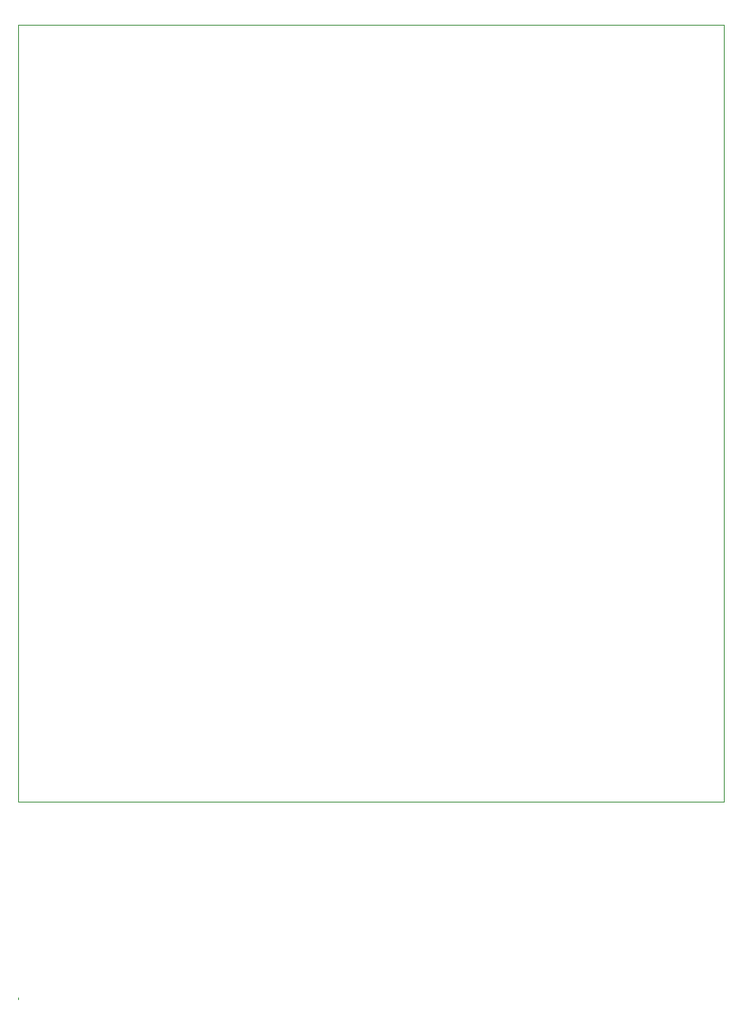
<source format=gko>
%FSLAX34Y34*%
G04 Gerber Fmt 3.4, Leading zero omitted, Abs format*
G04 (created by PCBNEW (2014-03-19 BZR 4756)-product) date Wed May 28 16:29:02 2014*
%MOIN*%
G01*
G70*
G90*
G04 APERTURE LIST*
%ADD10C,0.005906*%
%ADD11C,0.003937*%
G04 APERTURE END LIST*
G54D10*
G54D11*
X41500Y-44350D02*
X41500Y-13000D01*
X13000Y-44350D02*
X13000Y-13000D01*
X13000Y-52300D02*
X13000Y-52250D01*
X41500Y-44350D02*
X13000Y-44350D01*
X13000Y-13000D02*
X41500Y-13000D01*
M02*

</source>
